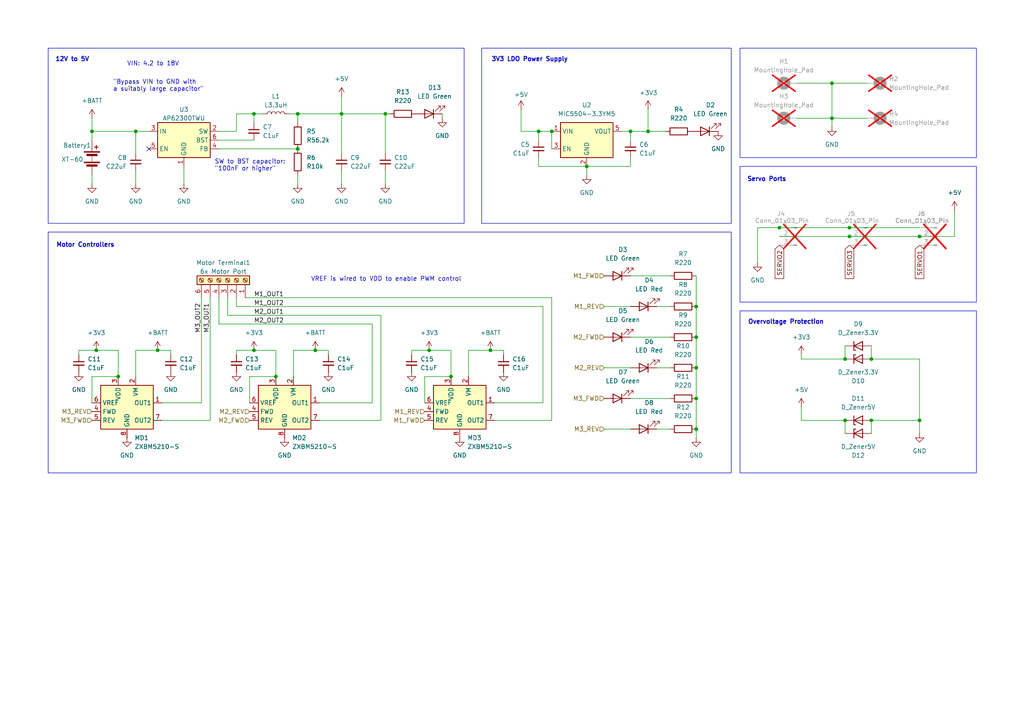
<source format=kicad_sch>
(kicad_sch (version 20231120) (generator "eeschema") (generator_version "8.0")
  (paper "A4")
  (title_block (company "Lorem Ipsum Automation"))
  (lib_symbols
    (symbol "Connector:Conn_01x03_Pin" (pin_names (offset 1.016) hide)
      (property "Reference" "J" (at 0 5.08 0))
      (property "Value" "Conn_01x03_Pin" (at 0 -5.08 0))
      (symbol "Conn_01x03_Pin_1_1"
        (polyline (pts (xy 1.27 -2.54) (xy 0.8636 -2.54)) (stroke (width 0.1524)))
        (polyline (pts (xy 1.27 0) (xy 0.8636 0)) (stroke (width 0.1524)))
        (polyline (pts (xy 1.27 2.54) (xy 0.8636 2.54)) (stroke (width 0.1524)))
        (rectangle (start 0.8636 -2.413) (end 0 -2.667) (stroke (width 0.1524)) (fill (type outline)))
        (rectangle (start 0.8636 0.127) (end 0 -0.127) (stroke (width 0.1524)) (fill (type outline)))
        (rectangle (start 0.8636 2.667) (end 0 2.413) (stroke (width 0.1524)) (fill (type outline)))
        (pin passive line (at 5.08 2.54 180) (length 3.81) (name "Pin_1") (number "1"))
        (pin passive line (at 5.08 0 180) (length 3.81) (name "Pin_2") (number "2"))
        (pin passive line (at 5.08 -2.54 180) (length 3.81) (name "Pin_3") (number "3"))
      )
    )
    (symbol "Connector:Screw_Terminal_01x06" (pin_names (offset 1.016) hide)
      (property "Reference" "J" (at 0 7.62 0))
      (property "Value" "Screw_Terminal_01x06" (at 0 -10.16 0))
      (symbol "Screw_Terminal_01x06_1_1"
        (rectangle (start -1.27 6.35) (end 1.27 -8.89) (stroke (width 0.254)) (fill (type background)))
        (circle (center 0 -7.62) (radius 0.635) (stroke (width 0.1524)))
        (circle (center 0 -5.08) (radius 0.635) (stroke (width 0.1524)))
        (circle (center 0 -2.54) (radius 0.635) (stroke (width 0.1524)))
        (polyline (pts (xy -0.5334 -7.2898) (xy 0.3302 -8.128)) (stroke (width 0.1524)))
        (polyline (pts (xy -0.5334 -4.7498) (xy 0.3302 -5.588)) (stroke (width 0.1524)))
        (polyline (pts (xy -0.5334 -2.2098) (xy 0.3302 -3.048)) (stroke (width 0.1524)))
        (polyline (pts (xy -0.5334 0.3302) (xy 0.3302 -0.508)) (stroke (width 0.1524)))
        (polyline (pts (xy -0.5334 2.8702) (xy 0.3302 2.032)) (stroke (width 0.1524)))
        (polyline (pts (xy -0.5334 5.4102) (xy 0.3302 4.572)) (stroke (width 0.1524)))
        (polyline (pts (xy -0.3556 -7.112) (xy 0.508 -7.9502)) (stroke (width 0.1524)))
        (polyline (pts (xy -0.3556 -4.572) (xy 0.508 -5.4102)) (stroke (width 0.1524)))
        (polyline (pts (xy -0.3556 -2.032) (xy 0.508 -2.8702)) (stroke (width 0.1524)))
        (polyline (pts (xy -0.3556 0.508) (xy 0.508 -0.3302)) (stroke (width 0.1524)))
        (polyline (pts (xy -0.3556 3.048) (xy 0.508 2.2098)) (stroke (width 0.1524)))
        (polyline (pts (xy -0.3556 5.588) (xy 0.508 4.7498)) (stroke (width 0.1524)))
        (circle (center 0 0) (radius 0.635) (stroke (width 0.1524)))
        (circle (center 0 2.54) (radius 0.635) (stroke (width 0.1524)))
        (circle (center 0 5.08) (radius 0.635) (stroke (width 0.1524)))
        (pin passive line (at -5.08 5.08 0) (length 3.81) (name "Pin_1") (number "1"))
        (pin passive line (at -5.08 2.54 0) (length 3.81) (name "Pin_2") (number "2"))
        (pin passive line (at -5.08 0 0) (length 3.81) (name "Pin_3") (number "3"))
        (pin passive line (at -5.08 -2.54 0) (length 3.81) (name "Pin_4") (number "4"))
        (pin passive line (at -5.08 -5.08 0) (length 3.81) (name "Pin_5") (number "5"))
        (pin passive line (at -5.08 -7.62 0) (length 3.81) (name "Pin_6") (number "6"))
      )
    )
    (symbol "Device:Battery" (pin_numbers hide) (pin_names (offset 0) hide)
      (property "Reference" "BT" (at 2.54 2.54 0))
      (property "Value" "Battery" (at 2.54 0 0))
      (symbol "Battery_0_1"
        (rectangle (start -2.286 -1.27) (end 2.286 -1.524) (fill (type outline)))
        (rectangle (start -2.286 1.778) (end 2.286 1.524) (fill (type outline)))
        (rectangle (start -1.524 -2.032) (end 1.524 -2.54) (fill (type outline)))
        (rectangle (start -1.524 1.016) (end 1.524 0.508) (fill (type outline)))
        (polyline (pts (xy 0 -1.016) (xy 0 -0.762)))
        (polyline (pts (xy 0 -0.508) (xy 0 -0.254)))
        (polyline (pts (xy 0 0) (xy 0 0.254)))
        (polyline (pts (xy 0 1.778) (xy 0 2.54)))
        (polyline (pts (xy 0.762 3.048) (xy 1.778 3.048)) (stroke (width 0.254)))
        (polyline (pts (xy 1.27 3.556) (xy 1.27 2.54)) (stroke (width 0.254)))
      )
      (symbol "Battery_1_1"
        (pin passive line (at 0 5.08 270) (length 2.54) (name "+") (number "1"))
        (pin passive line (at 0 -5.08 90) (length 2.54) (name "-") (number "2"))
      )
    )
    (symbol "Device:C_Small" (pin_numbers hide) (pin_names (offset 0.254) hide)
      (property "Reference" "C" (at 0.254 1.778 0))
      (property "Value" "C_Small" (at 0.254 -2.032 0))
      (symbol "C_Small_0_1"
        (polyline (pts (xy -1.524 -0.508) (xy 1.524 -0.508)) (stroke (width 0.3302)))
        (polyline (pts (xy -1.524 0.508) (xy 1.524 0.508)) (stroke (width 0.3048)))
      )
      (symbol "C_Small_1_1"
        (pin passive line (at 0 2.54 270) (length 2.032) (name "~") (number "1"))
        (pin passive line (at 0 -2.54 90) (length 2.032) (name "~") (number "2"))
      )
    )
    (symbol "Device:D_Zener" (pin_numbers hide) (pin_names (offset 1.016) hide)
      (property "Reference" "D" (at 0 2.54 0))
      (property "Value" "D_Zener" (at 0 -2.54 0))
      (symbol "D_Zener_0_1"
        (polyline (pts (xy 1.27 0) (xy -1.27 0)))
        (polyline (pts (xy -1.27 -1.27) (xy -1.27 1.27) (xy -0.762 1.27)) (stroke (width 0.254)))
        (polyline (pts (xy 1.27 -1.27) (xy 1.27 1.27) (xy -1.27 0) (xy 1.27 -1.27)) (stroke (width 0.254)))
      )
      (symbol "D_Zener_1_1"
        (pin passive line (at -3.81 0 0) (length 2.54) (name "K") (number "1"))
        (pin passive line (at 3.81 0 180) (length 2.54) (name "A") (number "2"))
      )
    )
    (symbol "Device:L" (pin_numbers hide) (pin_names (offset 1.016) hide)
      (property "Reference" "L" (at -1.27 0 90))
      (property "Value" "L" (at 1.905 0 90))
      (symbol "L_0_1"
        (arc (start 0 -2.54) (mid 0.6323 -1.905) (end 0 -1.27))
        (arc (start 0 -1.27) (mid 0.6323 -0.635) (end 0 0))
        (arc (start 0 0) (mid 0.6323 0.635) (end 0 1.27))
        (arc (start 0 1.27) (mid 0.6323 1.905) (end 0 2.54))
      )
      (symbol "L_1_1"
        (pin passive line (at 0 3.81 270) (length 1.27) (name "1") (number "1"))
        (pin passive line (at 0 -3.81 90) (length 1.27) (name "2") (number "2"))
      )
    )
    (symbol "Device:LED" (pin_numbers hide) (pin_names (offset 1.016) hide)
      (property "Reference" "D" (at 0 2.54 0))
      (property "Value" "LED" (at 0 -2.54 0))
      (symbol "LED_0_1"
        (polyline (pts (xy -1.27 -1.27) (xy -1.27 1.27)) (stroke (width 0.254)))
        (polyline (pts (xy -1.27 0) (xy 1.27 0)))
        (polyline (pts (xy 1.27 -1.27) (xy 1.27 1.27) (xy -1.27 0) (xy 1.27 -1.27)) (stroke (width 0.254)))
        (polyline (pts (xy -3.048 -0.762) (xy -4.572 -2.286) (xy -3.81 -2.286) (xy -4.572 -2.286) (xy -4.572 -1.524)))
        (polyline (pts (xy -1.778 -0.762) (xy -3.302 -2.286) (xy -2.54 -2.286) (xy -3.302 -2.286) (xy -3.302 -1.524)))
      )
      (symbol "LED_1_1"
        (pin passive line (at -3.81 0 0) (length 2.54) (name "K") (number "1"))
        (pin passive line (at 3.81 0 180) (length 2.54) (name "A") (number "2"))
      )
    )
    (symbol "Device:R" (pin_numbers hide) (pin_names (offset 0))
      (property "Reference" "R" (at 2.032 0 90))
      (property "Value" "R" (at 0 0 90))
      (symbol "R_0_1"
        (rectangle (start -1.016 -2.54) (end 1.016 2.54) (stroke (width 0.254)))
      )
      (symbol "R_1_1"
        (pin passive line (at 0 3.81 270) (length 1.27) (name "~") (number "1"))
        (pin passive line (at 0 -3.81 90) (length 1.27) (name "~") (number "2"))
      )
    )
    (symbol "Driver_Motor:ZXBM5210-S"
      (property "Reference" "U" (at -7.62 8.89 0))
      (property "Value" "ZXBM5210-S" (at 10.16 8.89 0))
      (symbol "ZXBM5210-S_0_0"
        (pin output line (at 10.16 2.54 180) (length 2.54) (name "OUT1") (number "1"))
        (pin power_in line (at 2.54 10.16 270) (length 2.54) (name "VM") (number "2"))
        (pin power_in line (at -2.54 10.16 270) (length 2.54) (name "VDD") (number "3"))
        (pin input line (at -10.16 0 0) (length 2.54) (name "FWD") (number "4"))
        (pin input line (at -10.16 -2.54 0) (length 2.54) (name "REV") (number "5"))
        (pin input line (at -10.16 2.54 0) (length 2.54) (name "VREF") (number "6"))
        (pin output line (at 10.16 -2.54 180) (length 2.54) (name "OUT2") (number "7"))
        (pin power_in line (at 0 -7.62 90) (length 2.54) (name "GND") (number "8"))
      )
      (symbol "ZXBM5210-S_0_1"
        (rectangle (start -7.62 7.62) (end 7.62 -5.08) (stroke (width 0.254)) (fill (type background)))
      )
    )
    (symbol "Mechanical:MountingHole_Pad" (pin_numbers hide) (pin_names (offset 1.016) hide) (exclude_from_sim yes) (in_bom no)
      (property "Reference" "H" (at 0 6.35 0))
      (property "Value" "MountingHole_Pad" (at 0 4.445 0))
      (symbol "MountingHole_Pad_0_1"
        (circle (center 0 1.27) (radius 1.27) (stroke (width 1.27)))
      )
      (symbol "MountingHole_Pad_1_1"
        (pin input line (at 0 -2.54 90) (length 2.54) (name "1") (number "1"))
      )
    )
    (symbol "Regulator_Linear:MIC5504-3.3YM5"
      (property "Reference" "U" (at -7.62 8.89 0))
      (property "Value" "MIC5504-3.3YM5" (at -7.62 6.35 0))
      (symbol "MIC5504-3.3YM5_0_1"
        (rectangle (start -7.62 -5.08) (end 7.62 5.08) (stroke (width 0.254)) (fill (type background)))
      )
      (symbol "MIC5504-3.3YM5_1_1"
        (pin power_in line (at -10.16 2.54 0) (length 2.54) (name "VIN") (number "1"))
        (pin power_in line (at 0 -7.62 90) (length 2.54) (name "GND") (number "2"))
        (pin input line (at -10.16 -2.54 0) (length 2.54) (name "EN") (number "3"))
        (pin no_connect line (at 7.62 -2.54 180) (length 2.54) hide (name "NC") (number "4"))
        (pin power_out line (at 10.16 2.54 180) (length 2.54) (name "VOUT") (number "5"))
      )
    )
    (symbol "Regulator_Switching:AP62300TWU"
      (property "Reference" "U" (at -7.62 6.35 0))
      (property "Value" "AP62300TWU" (at 2.54 6.35 0))
      (symbol "AP62300TWU_0_1"
        (rectangle (start -7.62 5.08) (end 7.62 -5.08) (stroke (width 0.254)) (fill (type background)))
      )
      (symbol "AP62300TWU_1_1"
        (pin power_in line (at 0 -7.62 90) (length 2.54) (name "GND") (number "1"))
        (pin output line (at 10.16 2.54 180) (length 2.54) (name "SW") (number "2"))
        (pin power_in line (at -10.16 2.54 0) (length 2.54) (name "IN") (number "3"))
        (pin input line (at 10.16 -2.54 180) (length 2.54) (name "FB") (number "4"))
        (pin passive line (at -10.16 -2.54 0) (length 2.54) (name "EN") (number "5"))
        (pin passive line (at 10.16 0 180) (length 2.54) (name "BST") (number "6"))
      )
    )
    (symbol "power:+3V3" (power) (pin_numbers hide) (pin_names (offset 0) hide)
      (property "Value" "+3V3" (at 0 3.556 0))
      (symbol "+3V3_0_1"
        (polyline (pts (xy -0.762 1.27) (xy 0 2.54)))
        (polyline (pts (xy 0 0) (xy 0 2.54)))
        (polyline (pts (xy 0 2.54) (xy 0.762 1.27)))
      )
      (symbol "+3V3_1_1"
        (pin power_in line (at 0 0 90) (length 0) (name "~") (number "1"))
      )
    )
    (symbol "power:+5V" (power) (pin_numbers hide) (pin_names (offset 0) hide)
      (property "Value" "+5V" (at 0 3.556 0))
      (symbol "+5V_0_1"
        (polyline (pts (xy -0.762 1.27) (xy 0 2.54)))
        (polyline (pts (xy 0 0) (xy 0 2.54)))
        (polyline (pts (xy 0 2.54) (xy 0.762 1.27)))
      )
      (symbol "+5V_1_1"
        (pin power_in line (at 0 0 90) (length 0) (name "~") (number "1"))
      )
    )
    (symbol "power:+BATT" (power) (pin_numbers hide) (pin_names (offset 0) hide)
      (property "Value" "+BATT" (at 0 3.556 0))
      (symbol "+BATT_0_1"
        (polyline (pts (xy -0.762 1.27) (xy 0 2.54)))
        (polyline (pts (xy 0 0) (xy 0 2.54)))
        (polyline (pts (xy 0 2.54) (xy 0.762 1.27)))
      )
      (symbol "+BATT_1_1"
        (pin power_in line (at 0 0 90) (length 0) (name "~") (number "1"))
      )
    )
    (symbol "power:GND" (power) (pin_numbers hide) (pin_names (offset 0) hide)
      (property "Value" "GND" (at 0 -3.81 0))
      (symbol "GND_0_1"
        (polyline (pts (xy 0 0) (xy 0 -1.27) (xy 1.27 -1.27) (xy 0 -2.54) (xy -1.27 -1.27) (xy 0 -1.27)))
      )
      (symbol "GND_1_1"
        (pin power_in line (at 0 0 270) (length 0) (name "~") (number "1"))
      )
    )
  )
  (junction (at 111.76 33.02))
  (junction (at 80.01 109.22))
  (junction (at 91.44 101.6))
  (junction (at 241.3 24.13))
  (junction (at 266.7 121.92))
  (junction (at 73.66 33.02))
  (junction (at 27.94 101.6))
  (junction (at 201.93 88.9))
  (junction (at 246.38 68.58))
  (junction (at 182.88 38.1))
  (junction (at 39.37 38.1))
  (junction (at 86.36 43.18))
  (junction (at 26.67 38.1))
  (junction (at 226.06 66.04))
  (junction (at 252.73 121.92))
  (junction (at 241.3 34.29))
  (junction (at 187.96 38.1))
  (junction (at 246.38 66.04))
  (junction (at 160.02 38.1))
  (junction (at 130.81 109.22))
  (junction (at 34.29 109.22))
  (junction (at 45.72 101.6))
  (junction (at 73.66 101.6))
  (junction (at 170.18 48.26))
  (junction (at 99.06 33.02))
  (junction (at 245.11 121.92))
  (junction (at 142.24 101.6))
  (junction (at 201.93 97.79))
  (junction (at 201.93 124.46))
  (junction (at 201.93 106.68))
  (junction (at 124.46 101.6))
  (junction (at 201.93 115.57))
  (junction (at 266.7 68.58))
  (junction (at 245.11 104.14))
  (junction (at 86.36 33.02))
  (junction (at 156.21 38.1))
  (junction (at 252.73 104.14))
  (no_connect (at 43.18 43.18))
  (wire (pts (xy 231.14 24.13) (xy 241.3 24.13)))
  (wire (pts (xy 85.09 101.6) (xy 91.44 101.6)))
  (wire (pts (xy 182.88 45.72) (xy 182.88 48.26)))
  (wire (pts (xy 232.41 121.92) (xy 245.11 121.92)))
  (wire (pts (xy 39.37 38.1) (xy 43.18 38.1)))
  (wire (pts (xy 201.93 88.9) (xy 201.93 97.79)))
  (wire (pts (xy 99.06 27.94) (xy 99.06 33.02)))
  (wire (pts (xy 252.73 104.14) (xy 266.7 104.14)))
  (wire (pts (xy 151.13 38.1) (xy 156.21 38.1)))
  (wire (pts (xy 241.3 24.13) (xy 251.46 24.13)))
  (wire (pts (xy 68.58 86.36) (xy 68.58 88.9)))
  (wire (pts (xy 266.7 104.14) (xy 266.7 121.92)))
  (wire (pts (xy 175.26 124.46) (xy 182.88 124.46)))
  (wire (pts (xy 190.5 106.68) (xy 194.31 106.68)))
  (wire (pts (xy 53.34 48.26) (xy 53.34 53.34)))
  (wire (pts (xy 45.72 101.6) (xy 49.53 101.6)))
  (wire (pts (xy 68.58 102.87) (xy 68.58 101.6)))
  (wire (pts (xy 182.88 80.01) (xy 194.31 80.01)))
  (wire (pts (xy 201.93 115.57) (xy 201.93 124.46)))
  (wire (pts (xy 92.71 116.84) (xy 107.95 116.84)))
  (wire (pts (xy 128.27 33.02) (xy 128.27 34.29)))
  (wire (pts (xy 73.66 101.6) (xy 80.01 101.6)))
  (wire (pts (xy 232.41 102.87) (xy 232.41 104.14)))
  (wire (pts (xy 241.3 24.13) (xy 241.3 34.29)))
  (wire (pts (xy 46.99 121.92) (xy 60.96 121.92)))
  (wire (pts (xy 99.06 33.02) (xy 111.76 33.02)))
  (wire (pts (xy 95.25 101.6) (xy 95.25 102.87)))
  (wire (pts (xy 39.37 38.1) (xy 39.37 44.45)))
  (wire (pts (xy 72.39 116.84) (xy 72.39 109.22)))
  (wire (pts (xy 63.5 43.18) (xy 86.36 43.18)))
  (wire (pts (xy 86.36 53.34) (xy 86.36 50.8)))
  (wire (pts (xy 190.5 124.46) (xy 194.31 124.46)))
  (wire (pts (xy 135.89 101.6) (xy 142.24 101.6)))
  (wire (pts (xy 182.88 38.1) (xy 187.96 38.1)))
  (wire (pts (xy 68.58 33.02) (xy 73.66 33.02)))
  (wire (pts (xy 130.81 109.22) (xy 130.81 101.6)))
  (wire (pts (xy 68.58 38.1) (xy 63.5 38.1)))
  (wire (pts (xy 266.7 68.58) (xy 276.86 68.58)))
  (wire (pts (xy 34.29 109.22) (xy 34.29 101.6)))
  (wire (pts (xy 187.96 38.1) (xy 187.96 31.75)))
  (wire (pts (xy 241.3 36.83) (xy 241.3 34.29)))
  (wire (pts (xy 68.58 88.9) (xy 157.48 88.9)))
  (wire (pts (xy 113.03 33.02) (xy 111.76 33.02)))
  (wire (pts (xy 66.04 91.44) (xy 66.04 86.36)))
  (wire (pts (xy 245.11 121.92) (xy 245.11 125.73)))
  (wire (pts (xy 201.93 124.46) (xy 201.93 127)))
  (wire (pts (xy 226.06 68.58) (xy 246.38 68.58)))
  (wire (pts (xy 39.37 49.53) (xy 39.37 53.34)))
  (wire (pts (xy 119.38 101.6) (xy 124.46 101.6)))
  (wire (pts (xy 142.24 101.6) (xy 146.05 101.6)))
  (wire (pts (xy 92.71 121.92) (xy 110.49 121.92)))
  (wire (pts (xy 63.5 86.36) (xy 63.5 93.98)))
  (wire (pts (xy 111.76 33.02) (xy 111.76 44.45)))
  (wire (pts (xy 245.11 100.33) (xy 245.11 104.14)))
  (wire (pts (xy 73.66 33.02) (xy 73.66 35.56)))
  (wire (pts (xy 182.88 48.26) (xy 170.18 48.26)))
  (wire (pts (xy 170.18 48.26) (xy 170.18 50.8)))
  (wire (pts (xy 63.5 40.64) (xy 73.66 40.64)))
  (wire (pts (xy 26.67 38.1) (xy 26.67 34.29)))
  (wire (pts (xy 60.96 121.92) (xy 60.96 86.36)))
  (wire (pts (xy 26.67 38.1) (xy 39.37 38.1)))
  (wire (pts (xy 156.21 38.1) (xy 160.02 38.1)))
  (wire (pts (xy 26.67 116.84) (xy 26.67 109.22)))
  (wire (pts (xy 201.93 97.79) (xy 201.93 106.68)))
  (wire (pts (xy 187.96 38.1) (xy 193.04 38.1)))
  (wire (pts (xy 157.48 116.84) (xy 143.51 116.84)))
  (wire (pts (xy 22.86 101.6) (xy 27.94 101.6)))
  (wire (pts (xy 182.88 40.64) (xy 182.88 38.1)))
  (wire (pts (xy 63.5 93.98) (xy 107.95 93.98)))
  (wire (pts (xy 68.58 38.1) (xy 68.58 33.02)))
  (wire (pts (xy 83.82 33.02) (xy 86.36 33.02)))
  (wire (pts (xy 26.67 50.8) (xy 26.67 53.34)))
  (wire (pts (xy 58.42 116.84) (xy 46.99 116.84)))
  (wire (pts (xy 22.86 102.87) (xy 22.86 101.6)))
  (wire (pts (xy 226.06 66.04) (xy 219.71 66.04)))
  (wire (pts (xy 182.88 97.79) (xy 194.31 97.79)))
  (wire (pts (xy 231.14 34.29) (xy 241.3 34.29)))
  (wire (pts (xy 107.95 93.98) (xy 107.95 116.84)))
  (wire (pts (xy 232.41 118.11) (xy 232.41 121.92)))
  (wire (pts (xy 252.73 121.92) (xy 266.7 121.92)))
  (wire (pts (xy 156.21 48.26) (xy 170.18 48.26)))
  (wire (pts (xy 73.66 33.02) (xy 76.2 33.02)))
  (wire (pts (xy 201.93 80.01) (xy 201.93 88.9)))
  (wire (pts (xy 156.21 45.72) (xy 156.21 48.26)))
  (wire (pts (xy 241.3 34.29) (xy 251.46 34.29)))
  (wire (pts (xy 146.05 101.6) (xy 146.05 102.87)))
  (wire (pts (xy 58.42 86.36) (xy 58.42 116.84)))
  (wire (pts (xy 160.02 121.92) (xy 160.02 86.36)))
  (wire (pts (xy 151.13 38.1) (xy 151.13 31.75)))
  (wire (pts (xy 72.39 109.22) (xy 80.01 109.22)))
  (wire (pts (xy 123.19 116.84) (xy 123.19 109.22)))
  (wire (pts (xy 276.86 60.96) (xy 276.86 68.58)))
  (wire (pts (xy 266.7 121.92) (xy 266.7 125.73)))
  (wire (pts (xy 182.88 115.57) (xy 194.31 115.57)))
  (wire (pts (xy 86.36 33.02) (xy 99.06 33.02)))
  (wire (pts (xy 246.38 68.58) (xy 266.7 68.58)))
  (wire (pts (xy 232.41 104.14) (xy 245.11 104.14)))
  (wire (pts (xy 182.88 106.68) (xy 175.26 106.68)))
  (wire (pts (xy 110.49 121.92) (xy 110.49 91.44)))
  (wire (pts (xy 266.7 66.04) (xy 246.38 66.04)))
  (wire (pts (xy 124.46 101.6) (xy 130.81 101.6)))
  (wire (pts (xy 219.71 66.04) (xy 219.71 76.2)))
  (wire (pts (xy 190.5 88.9) (xy 194.31 88.9)))
  (wire (pts (xy 86.36 35.56) (xy 86.36 33.02)))
  (wire (pts (xy 135.89 101.6) (xy 135.89 109.22)))
  (wire (pts (xy 123.19 109.22) (xy 130.81 109.22)))
  (wire (pts (xy 119.38 102.87) (xy 119.38 101.6)))
  (wire (pts (xy 252.73 100.33) (xy 252.73 104.14)))
  (wire (pts (xy 99.06 33.02) (xy 99.06 44.45)))
  (wire (pts (xy 157.48 88.9) (xy 157.48 116.84)))
  (wire (pts (xy 252.73 121.92) (xy 252.73 125.73)))
  (wire (pts (xy 26.67 38.1) (xy 26.67 40.64)))
  (wire (pts (xy 99.06 49.53) (xy 99.06 53.34)))
  (wire (pts (xy 182.88 88.9) (xy 175.26 88.9)))
  (wire (pts (xy 110.49 91.44) (xy 66.04 91.44)))
  (wire (pts (xy 26.67 109.22) (xy 34.29 109.22)))
  (wire (pts (xy 68.58 101.6) (xy 73.66 101.6)))
  (wire (pts (xy 80.01 109.22) (xy 80.01 101.6)))
  (wire (pts (xy 27.94 101.6) (xy 34.29 101.6)))
  (wire (pts (xy 246.38 66.04) (xy 226.06 66.04)))
  (wire (pts (xy 160.02 38.1) (xy 160.02 43.18)))
  (wire (pts (xy 49.53 101.6) (xy 49.53 102.87)))
  (wire (pts (xy 39.37 101.6) (xy 45.72 101.6)))
  (wire (pts (xy 156.21 40.64) (xy 156.21 38.1)))
  (wire (pts (xy 180.34 38.1) (xy 182.88 38.1)))
  (wire (pts (xy 111.76 49.53) (xy 111.76 53.34)))
  (wire (pts (xy 201.93 106.68) (xy 201.93 115.57)))
  (wire (pts (xy 143.51 121.92) (xy 160.02 121.92)))
  (wire (pts (xy 85.09 101.6) (xy 85.09 109.22)))
  (wire (pts (xy 91.44 101.6) (xy 95.25 101.6)))
  (wire (pts (xy 39.37 101.6) (xy 39.37 109.22)))
  (wire (pts (xy 71.12 86.36) (xy 160.02 86.36)))
  (rectangle (start 13.97 13.97) (end 134.62 64.77))
  (rectangle (start 13.97 67.31) (end 212.09 137.16))
  (rectangle (start 214.63 90.17) (end 283.21 137.16))
  (rectangle (start 214.63 13.97) (end 283.21 45.72))
  (rectangle (start 214.63 48.26) (end 283.21 87.63))
  (rectangle (start 139.7 13.97) (end 212.09 64.77))
  (text "\"Bypass VIN to GND with\na suitably large capacitor\"" (at 32.766 26.67 0) (effects (font (size 1.27 1.27)) (justify left bottom)))
  (text "Overvoltage Protection" (at 216.916 93.472 0) (effects (font (size 1.27 1.27) (thickness 0.254) (bold yes)) (justify left)))
  (text "3V3 LDO Power Supply" (at 142.494 18.034 0) (effects (font (size 1.27 1.27) (thickness 0.254) (bold yes)) (justify left bottom)))
  (text "VREF is wired to VDD to enable PWM control" (at 112.014 81.026 0) (effects (font (size 1.27 1.27))))
  (text "Servo Ports" (at 216.662 52.07 0) (effects (font (size 1.27 1.27) (thickness 0.254) (bold yes)) (justify left)))
  (text "SW to BST capacitor:\n\"100nF or higher\"" (at 62.23 49.784 0) (effects (font (size 1.27 1.27)) (justify left bottom)))
  (text "VIN: 4.2 to 18V" (at 36.83 19.304 0) (effects (font (size 1.27 1.27)) (justify left bottom)))
  (text "Motor Controllers" (at 16.256 71.882 0) (effects (font (size 1.27 1.27) (thickness 0.254) (bold yes)) (justify left bottom)))
  (text "12V to 5V" (at 16.002 18.034 0) (effects (font (size 1.27 1.27) (thickness 0.254) (bold yes)) (justify left bottom)))
  (label "M1_OUT1" (at 73.66 86.36 0))
  (label "M2_OUT2" (at 73.66 93.98 0))
  (label "M3_OUT2" (at 58.42 96.52 90))
  (label "M3_OUT1" (at 60.96 96.52 90))
  (label "M2_OUT1" (at 73.66 91.44 0))
  (label "M1_OUT2" (at 73.66 88.9 0))
  (global_label "SERVO1" (shape input) (at 266.7 71.12 270) (property "Intersheetrefs" "${INTERSHEET_REFS}" (effects (hide yes))))
  (global_label "SERVO3" (shape input) (at 246.38 71.12 270) (property "Intersheetrefs" "${INTERSHEET_REFS}" (effects (hide yes))))
  (global_label "SERVO2" (shape input) (at 226.06 71.12 270) (property "Intersheetrefs" "${INTERSHEET_REFS}" (effects (hide yes))))
  (hierarchical_label "M1_FWD" (shape input) (at 175.26 80.01 180))
  (hierarchical_label "M2_REV" (shape input) (at 72.39 119.38 180))
  (hierarchical_label "M1_REV" (shape input) (at 175.26 88.9 180))
  (hierarchical_label "M3_REV" (shape input) (at 175.26 124.46 180))
  (hierarchical_label "M2_FWD" (shape input) (at 72.39 121.92 180))
  (hierarchical_label "M2_FWD" (shape input) (at 175.26 97.79 180))
  (hierarchical_label "M3_FWD" (shape input) (at 26.67 121.92 180))
  (hierarchical_label "M1_FWD" (shape input) (at 123.19 121.92 180))
  (hierarchical_label "M1_REV" (shape input) (at 123.19 119.38 180))
  (hierarchical_label "M2_REV" (shape input) (at 175.26 106.68 180))
  (hierarchical_label "M3_REV" (shape input) (at 26.67 119.38 180))
  (hierarchical_label "M3_FWD" (shape input) (at 175.26 115.57 180))
  (symbol (lib_id "Mechanical:MountingHole_Pad") (at 228.6 24.13 90) (unit 1) (exclude_from_sim yes) (in_bom no) (dnp yes)
    (property "Reference" "H1" (at 227.33 17.78 90))
    (property "Value" "MountingHole_Pad" (at 227.33 20.32 90))
    (property "Footprint" "MountingHole:MountingHole_2.2mm_M2_DIN965_Pad" (effects (hide yes)))
    (property "Description" "Mounting Hole with connection" (effects (hide yes)))
  )
  (symbol (lib_id "Device:LED") (at 186.69 106.68 180) (unit 1)
    (property "Reference" "D6" (at 188.2775 99.06 0))
    (property "Value" "LED Red" (at 188.2775 101.6 0))
    (property "Footprint" "LED_SMD:LED_1206_3216Metric_Pad1.42x1.75mm_HandSolder" (effects (hide yes)))
    (property "Description" "LED" (effects (hide yes)))
    (property "DigiKey" "150120RS75000" (effects (hide yes)))
  )
  (symbol (lib_id "power:+BATT") (at 142.24 101.6 0) (unit 1)
    (property "Reference" "#PWR043" (effects (hide yes)))
    (property "Value" "+BATT" (at 142.24 96.52 0))
    (property "Description" "Power symbol creates a global label with name \"+BATT\"" (effects (hide yes)))
  )
  (symbol (lib_id "Driver_Motor:ZXBM5210-S") (at 133.35 119.38 0) (unit 1)
    (property "Reference" "MD3" (at 135.5441 127 0) (effects (justify left)))
    (property "Value" "ZXBM5210-S" (at 135.5441 129.54 0) (effects (justify left)))
    (property "Footprint" "Package_SO:SOIC-8_3.9x4.9mm_P1.27mm" (effects (hide yes)))
    (property "Datasheet" "https://www.diodes.com/assets/Datasheets/ZXBM5210.pdf" (effects (hide yes)))
    (property "Description" "Reversible DC motor drive with speed control, 3-18V, 0.85A, SOIC-8" (effects (hide yes)))
    (property "DigiKey" "ZXBM5210-S-1" (effects (hide yes)))
  )
  (symbol (lib_id "power:GND") (at 146.05 107.95 0) (unit 1)
    (property "Reference" "#PWR049" (effects (hide yes)))
    (property "Value" "GND" (at 146.05 113.03 0))
    (property "Description" "Power symbol creates a global label with name \"GND\" , ground" (effects (hide yes)))
  )
  (symbol (lib_id "Device:C_Small") (at 73.66 38.1 0) (unit 1)
    (property "Reference" "C7" (at 76.2 36.8362 0) (effects (justify left)))
    (property "Value" "C1uF" (at 76.2 39.3762 0) (effects (justify left)))
    (property "Footprint" "Capacitor_SMD:C_1206_3216Metric_Pad1.33x1.80mm_HandSolder" (effects (hide yes)))
    (property "Description" "Ceramic cap" (effects (hide yes)))
    (property "DigiKey" "CL31B105KBHNNNE" (effects (hide yes)))
  )
  (symbol (lib_id "power:GND") (at 266.7 125.73 0) (unit 1)
    (property "Reference" "#PWR056" (effects (hide yes)))
    (property "Value" "GND" (at 266.7 130.81 0))
    (property "Description" "Power symbol creates a global label with name \"GND\" , ground" (effects (hide yes)))
  )
  (symbol (lib_id "power:GND") (at 219.71 76.2 0) (unit 1)
    (property "Reference" "#PWR037" (effects (hide yes)))
    (property "Value" "GND" (at 219.71 81.28 0))
    (property "Description" "Power symbol creates a global label with name \"GND\" , ground" (effects (hide yes)))
  )
  (symbol (lib_id "power:GND") (at 133.35 127 0) (unit 1)
    (property "Reference" "#PWR053" (effects (hide yes)))
    (property "Value" "GND" (at 133.35 132.08 0))
    (property "Description" "Power symbol creates a global label with name \"GND\" , ground" (effects (hide yes)))
  )
  (symbol (lib_id "Device:R") (at 116.84 33.02 90) (unit 1)
    (property "Reference" "R13" (at 116.84 26.67 90))
    (property "Value" "R220" (at 116.84 29.21 90))
    (property "Footprint" "Resistor_SMD:R_1206_3216Metric_Pad1.30x1.75mm_HandSolder" (effects (hide yes)))
    (property "Description" "Resistor" (effects (hide yes)))
    (property "DigiKey" "RMCF1206JT220R" (effects (hide yes)))
  )
  (symbol (lib_id "Device:R") (at 198.12 124.46 90) (unit 1)
    (property "Reference" "R12" (at 198.12 118.11 90))
    (property "Value" "R220" (at 198.12 120.65 90))
    (property "Footprint" "Resistor_SMD:R_1206_3216Metric_Pad1.30x1.75mm_HandSolder" (effects (hide yes)))
    (property "Description" "Resistor" (effects (hide yes)))
    (property "DigiKey" "RMCF1206JT220R" (effects (hide yes)))
  )
  (symbol (lib_id "power:+5V") (at 99.06 27.94 0) (unit 1)
    (property "Reference" "#PWR025" (effects (hide yes)))
    (property "Value" "+5V" (at 99.06 22.86 0))
    (property "Description" "Power symbol creates a global label with name \"+5V\"" (effects (hide yes)))
  )
  (symbol (lib_id "Device:R") (at 86.36 46.99 0) (unit 1)
    (property "Reference" "R6" (at 88.9 45.72 0) (effects (justify left)))
    (property "Value" "R10k" (at 88.9 48.26 0) (effects (justify left)))
    (property "Footprint" "Resistor_SMD:R_1206_3216Metric_Pad1.30x1.75mm_HandSolder" (effects (hide yes)))
    (property "Description" "Resistor" (effects (hide yes)))
    (property "DigiKey" "RC1206FR-0710KL" (effects (hide yes)))
  )
  (symbol (lib_id "power:+3V3") (at 73.66 101.6 0) (unit 1)
    (property "Reference" "#PWR040" (effects (hide yes)))
    (property "Value" "+3V3" (at 73.66 96.52 0))
    (property "Description" "Power symbol creates a global label with name \"+3V3\"" (effects (hide yes)))
  )
  (symbol (lib_id "power:GND") (at 95.25 107.95 0) (unit 1)
    (property "Reference" "#PWR047" (effects (hide yes)))
    (property "Value" "GND" (at 95.25 113.03 0))
    (property "Description" "Power symbol creates a global label with name \"GND\" , ground" (effects (hide yes)))
  )
  (symbol (lib_id "Device:LED") (at 179.07 80.01 180) (unit 1)
    (property "Reference" "D3" (at 180.6575 72.39 0))
    (property "Value" "LED Green" (at 180.6575 74.93 0))
    (property "Footprint" "LED_SMD:LED_1206_3216Metric_Pad1.42x1.75mm_HandSolder" (effects (hide yes)))
    (property "Description" "LED" (effects (hide yes)))
    (property "DigiKey" "150120VS75000" (effects (hide yes)))
  )
  (symbol (lib_id "Device:R") (at 198.12 88.9 90) (unit 1)
    (property "Reference" "R8" (at 198.12 82.55 90))
    (property "Value" "R220" (at 198.12 85.09 90))
    (property "Footprint" "Resistor_SMD:R_1206_3216Metric_Pad1.30x1.75mm_HandSolder" (effects (hide yes)))
    (property "Description" "Resistor" (effects (hide yes)))
    (property "DigiKey" "RMCF1206JT220R" (effects (hide yes)))
  )
  (symbol (lib_id "Device:LED") (at 186.69 124.46 180) (unit 1)
    (property "Reference" "D8" (at 188.2775 116.84 0))
    (property "Value" "LED Red" (at 188.2775 119.38 0))
    (property "Footprint" "LED_SMD:LED_1206_3216Metric_Pad1.42x1.75mm_HandSolder" (effects (hide yes)))
    (property "Description" "LED" (effects (hide yes)))
    (property "DigiKey" "150120RS75000" (effects (hide yes)))
  )
  (symbol (lib_id "power:GND") (at 53.34 53.34 0) (unit 1)
    (property "Reference" "#PWR032" (effects (hide yes)))
    (property "Value" "GND" (at 53.34 58.42 0))
    (property "Description" "Power symbol creates a global label with name \"GND\" , ground" (effects (hide yes)))
  )
  (symbol (lib_id "Device:D_Zener") (at 248.92 121.92 0) (mirror x) (unit 1)
    (property "Reference" "D11" (at 248.92 115.57 0))
    (property "Value" "D_Zener5V" (at 248.92 118.11 0))
    (property "Footprint" "Diode_SMD:D_SOD-123" (effects (hide yes)))
    (property "Description" "Zener diode" (effects (hide yes)))
    (property "DigiKey" "MMSZ5231B-7-F" (effects (hide yes)))
  )
  (symbol (lib_id "Connector:Conn_01x03_Pin") (at 251.46 68.58 0) (mirror y) (unit 1) (dnp yes)
    (property "Reference" "J5" (at 246.888 61.976 0))
    (property "Value" "Conn_01x03_Pin" (at 247.142 64.008 0))
    (property "Footprint" "Connector_PinSocket_2.54mm:PinSocket_1x03_P2.54mm_Vertical" (effects (hide yes)))
    (property "Description" "Generic connector, single row, 01x03, script generated" (effects (hide yes)))
  )
  (symbol (lib_id "power:+5V") (at 276.86 60.96 0) (unit 1)
    (property "Reference" "#PWR036" (effects (hide yes)))
    (property "Value" "+5V" (at 276.86 55.88 0))
    (property "Description" "Power symbol creates a global label with name \"+5V\"" (effects (hide yes)))
  )
  (symbol (lib_id "power:GND") (at 26.67 53.34 0) (unit 1)
    (property "Reference" "#PWR030" (effects (hide yes)))
    (property "Value" "GND" (at 26.67 58.42 0))
    (property "Description" "Power symbol creates a global label with name \"GND\" , ground" (effects (hide yes)))
  )
  (symbol (lib_id "Device:C_Small") (at 119.38 105.41 0) (unit 1)
    (property "Reference" "C15" (at 121.92 104.1463 0) (effects (justify left)))
    (property "Value" "C1uF" (at 121.92 106.6863 0) (effects (justify left)))
    (property "Footprint" "Capacitor_SMD:C_1206_3216Metric_Pad1.33x1.80mm_HandSolder" (effects (hide yes)))
    (property "Description" "Ceramic cap" (effects (hide yes)))
    (property "DigiKey" "CL31B105KBHNNNE" (effects (hide yes)))
  )
  (symbol (lib_id "power:GND") (at 68.58 107.95 0) (unit 1)
    (property "Reference" "#PWR046" (effects (hide yes)))
    (property "Value" "GND" (at 68.58 113.03 0))
    (property "Description" "Power symbol creates a global label with name \"GND\" , ground" (effects (hide yes)))
  )
  (symbol (lib_id "power:GND") (at 39.37 53.34 0) (unit 1)
    (property "Reference" "#PWR031" (effects (hide yes)))
    (property "Value" "GND" (at 39.37 58.42 0))
    (property "Description" "Power symbol creates a global label with name \"GND\" , ground" (effects (hide yes)))
  )
  (symbol (lib_id "Device:C_Small") (at 68.58 105.41 0) (unit 1)
    (property "Reference" "C13" (at 71.12 104.1463 0) (effects (justify left)))
    (property "Value" "C1uF" (at 71.12 106.6863 0) (effects (justify left)))
    (property "Footprint" "Capacitor_SMD:C_1206_3216Metric_Pad1.33x1.80mm_HandSolder" (effects (hide yes)))
    (property "Description" "Ceramic cap" (effects (hide yes)))
    (property "DigiKey" "CL31B105KBHNNNE" (effects (hide yes)))
  )
  (symbol (lib_id "power:GND") (at 22.86 107.95 0) (unit 1)
    (property "Reference" "#PWR044" (effects (hide yes)))
    (property "Value" "GND" (at 22.86 113.03 0))
    (property "Description" "Power symbol creates a global label with name \"GND\" , ground" (effects (hide yes)))
  )
  (symbol (lib_id "Device:R") (at 198.12 115.57 90) (unit 1)
    (property "Reference" "R11" (at 198.12 109.22 90))
    (property "Value" "R220" (at 198.12 111.76 90))
    (property "Footprint" "Resistor_SMD:R_1206_3216Metric_Pad1.30x1.75mm_HandSolder" (effects (hide yes)))
    (property "Description" "Resistor" (effects (hide yes)))
    (property "DigiKey" "RMCF1206JT220R" (effects (hide yes)))
  )
  (symbol (lib_id "power:GND") (at 241.3 36.83 0) (unit 1)
    (property "Reference" "#PWR028" (effects (hide yes)))
    (property "Value" "GND" (at 241.3 41.91 0))
    (property "Description" "Power symbol creates a global label with name \"GND\" , ground" (effects (hide yes)))
  )
  (symbol (lib_id "power:GND") (at 82.55 127 0) (unit 1)
    (property "Reference" "#PWR052" (effects (hide yes)))
    (property "Value" "GND" (at 82.55 132.08 0))
    (property "Description" "Power symbol creates a global label with name \"GND\" , ground" (effects (hide yes)))
  )
  (symbol (lib_id "Regulator_Linear:MIC5504-3.3YM5") (at 170.18 40.64 0) (unit 1)
    (property "Reference" "U2" (at 170.18 30.48 0))
    (property "Value" "MIC5504-3.3YM5" (at 170.18 33.02 0))
    (property "Footprint" "Package_TO_SOT_SMD:SOT-23-5_HandSoldering" (effects (hide yes)))
    (property "Datasheet" "http://ww1.microchip.com/downloads/en/DeviceDoc/MIC550X.pdf" (effects (hide yes)))
    (property "Description" "300mA Low-dropout Voltage Regulator, Vout 3.3V, Vin up to 5.5V, SOT-23" (effects (hide yes)))
    (property "DigiKey" "MIC5504-3.3YM5" (effects (hide yes)))
  )
  (symbol (lib_id "Connector:Screw_Terminal_01x06") (at 66.04 81.28 270) (mirror x) (unit 1)
    (property "Reference" "Motor Terminal1" (at 64.77 76.2 90))
    (property "Value" "6x Motor Port" (at 64.77 78.74 90))
    (property "Footprint" "TerminalBlock_4Ucon:TerminalBlock_4Ucon_1x06_P3.50mm_Horizontal" (effects (hide yes)))
    (property "Description" "Generic screw terminal, single row, 01x06, script generated (kicad-library-utils/schlib/autogen/connector/)" (effects (hide yes)))
    (property "DigiKey" "OQ0612510000G" (effects (hide yes)))
  )
  (symbol (lib_id "power:+5V") (at 232.41 118.11 0) (unit 1)
    (property "Reference" "#PWR055" (effects (hide yes)))
    (property "Value" "+5V" (at 232.41 113.03 0))
    (property "Description" "Power symbol creates a global label with name \"+5V\"" (effects (hide yes)))
  )
  (symbol (lib_id "Device:C_Small") (at 39.37 46.99 0) (mirror y) (unit 1)
    (property "Reference" "C8" (at 36.83 45.7263 0) (effects (justify left)))
    (property "Value" "C22uF" (at 36.83 48.2663 0) (effects (justify left)))
    (property "Footprint" "Capacitor_SMD:C_1206_3216Metric_Pad1.33x1.80mm_HandSolder" (effects (hide yes)))
    (property "Description" "Ceramic cap" (effects (hide yes)))
    (property "DigiKey" "CL31A226MOCLNNC" (effects (hide yes)))
  )
  (symbol (lib_id "Device:LED") (at 179.07 97.79 180) (unit 1)
    (property "Reference" "D5" (at 180.6575 90.17 0))
    (property "Value" "LED Green" (at 180.6575 92.71 0))
    (property "Footprint" "LED_SMD:LED_1206_3216Metric_Pad1.42x1.75mm_HandSolder" (effects (hide yes)))
    (property "Description" "LED" (effects (hide yes)))
    (property "DigiKey" "150120VS75000" (effects (hide yes)))
  )
  (symbol (lib_id "power:+3V3") (at 187.96 31.75 0) (unit 1)
    (property "Reference" "#PWR024" (effects (hide yes)))
    (property "Value" "+3V3" (at 185.42 26.924 0) (effects (justify left)))
    (property "Description" "Power symbol creates a global label with name \"+3V3\"" (effects (hide yes)))
  )
  (symbol (lib_id "Device:D_Zener") (at 248.92 125.73 0) (unit 1)
    (property "Reference" "D12" (at 248.92 132.08 0))
    (property "Value" "D_Zener5V" (at 248.92 129.54 0))
    (property "Footprint" "Diode_SMD:D_SOD-123" (effects (hide yes)))
    (property "Description" "Zener diode" (effects (hide yes)))
    (property "DigiKey" "MMSZ5231B-7-F" (effects (hide yes)))
  )
  (symbol (lib_id "power:GND") (at 86.36 53.34 0) (unit 1)
    (property "Reference" "#PWR033" (effects (hide yes)))
    (property "Value" "GND" (at 86.36 58.42 0))
    (property "Description" "Power symbol creates a global label with name \"GND\" , ground" (effects (hide yes)))
  )
  (symbol (lib_id "Connector:Conn_01x03_Pin") (at 231.14 68.58 0) (mirror y) (unit 1) (dnp yes)
    (property "Reference" "J4" (at 226.568 61.976 0))
    (property "Value" "Conn_01x03_Pin" (at 226.822 64.008 0))
    (property "Footprint" "Connector_PinSocket_2.54mm:PinSocket_1x03_P2.54mm_Vertical" (effects (hide yes)))
    (property "Description" "Generic connector, single row, 01x03, script generated" (effects (hide yes)))
  )
  (symbol (lib_id "Device:Battery") (at 26.67 45.72 0) (unit 1)
    (property "Reference" "Battery1" (at 18.288 42.164 0) (effects (justify left)))
    (property "Value" "XT-60" (at 17.78 46.228 0) (effects (justify left)))
    (property "Footprint" "Connector_AMASS:AMASS_XT60-F_1x02_P7.20mm_Vertical" (effects (hide yes)))
    (property "Description" "Multiple-cell battery" (effects (hide yes)))
    (property "DigiKey" "PRT-10474" (effects (hide yes)))
  )
  (symbol (lib_id "Driver_Motor:ZXBM5210-S") (at 36.83 119.38 0) (unit 1)
    (property "Reference" "MD1" (at 39.0241 127 0) (effects (justify left)))
    (property "Value" "ZXBM5210-S" (at 39.0241 129.54 0) (effects (justify left)))
    (property "Footprint" "Package_SO:SOIC-8_3.9x4.9mm_P1.27mm" (effects (hide yes)))
    (property "Datasheet" "https://www.diodes.com/assets/Datasheets/ZXBM5210.pdf" (effects (hide yes)))
    (property "Description" "Reversible DC motor drive with speed control, 3-18V, 0.85A, SOIC-8" (effects (hide yes)))
    (property "DigiKey" "ZXBM5210-S-1" (effects (hide yes)))
  )
  (symbol (lib_id "Device:LED") (at 179.07 115.57 180) (unit 1)
    (property "Reference" "D7" (at 180.6575 107.95 0))
    (property "Value" "LED Green" (at 180.6575 110.49 0))
    (property "Footprint" "LED_SMD:LED_1206_3216Metric_Pad1.42x1.75mm_HandSolder" (effects (hide yes)))
    (property "Description" "LED" (effects (hide yes)))
    (property "DigiKey" "150120VS75000" (effects (hide yes)))
  )
  (symbol (lib_id "power:+3V3") (at 27.94 101.6 0) (unit 1)
    (property "Reference" "#PWR038" (effects (hide yes)))
    (property "Value" "+3V3" (at 27.94 96.52 0))
    (property "Description" "Power symbol creates a global label with name \"+3V3\"" (effects (hide yes)))
  )
  (symbol (lib_id "Driver_Motor:ZXBM5210-S") (at 82.55 119.38 0) (unit 1)
    (property "Reference" "MD2" (at 84.7441 127 0) (effects (justify left)))
    (property "Value" "ZXBM5210-S" (at 84.7441 129.54 0) (effects (justify left)))
    (property "Footprint" "Package_SO:SOIC-8_3.9x4.9mm_P1.27mm" (effects (hide yes)))
    (property "Datasheet" "https://www.diodes.com/assets/Datasheets/ZXBM5210.pdf" (effects (hide yes)))
    (property "Description" "Reversible DC motor drive with speed control, 3-18V, 0.85A, SOIC-8" (effects (hide yes)))
    (property "DigiKey" "ZXBM5210-S-1" (effects (hide yes)))
  )
  (symbol (lib_id "power:GND") (at 201.93 127 0) (unit 1)
    (property "Reference" "#PWR050" (effects (hide yes)))
    (property "Value" "GND" (at 201.93 132.08 0))
    (property "Description" "Power symbol creates a global label with name \"GND\" , ground" (effects (hide yes)))
  )
  (symbol (lib_id "power:GND") (at 49.53 107.95 0) (unit 1)
    (property "Reference" "#PWR045" (effects (hide yes)))
    (property "Value" "GND" (at 49.53 113.03 0))
    (property "Description" "Power symbol creates a global label with name \"GND\" , ground" (effects (hide yes)))
  )
  (symbol (lib_id "power:+3V3") (at 124.46 101.6 0) (unit 1)
    (property "Reference" "#PWR042" (effects (hide yes)))
    (property "Value" "+3V3" (at 124.46 96.52 0))
    (property "Description" "Power symbol creates a global label with name \"+3V3\"" (effects (hide yes)))
  )
  (symbol (lib_id "power:+BATT") (at 26.67 34.29 0) (unit 1)
    (property "Reference" "#PWR027" (effects (hide yes)))
    (property "Value" "+BATT" (at 26.67 29.21 0))
    (property "Description" "Power symbol creates a global label with name \"+BATT\"" (effects (hide yes)))
  )
  (symbol (lib_id "Device:LED") (at 124.46 33.02 180) (unit 1)
    (property "Reference" "D13" (at 126.0475 25.4 0))
    (property "Value" "LED Green" (at 126.0475 27.94 0))
    (property "Footprint" "LED_SMD:LED_1206_3216Metric_Pad1.42x1.75mm_HandSolder" (effects (hide yes)))
    (property "Description" "LED" (effects (hide yes)))
    (property "DigiKey" "150120VS75000" (effects (hide yes)))
  )
  (symbol (lib_id "Device:L") (at 80.01 33.02 90) (unit 1)
    (property "Reference" "L1" (at 80.01 27.94 90))
    (property "Value" "L3.3uH" (at 80.01 30.48 90))
    (property "Footprint" "Inductor_SMD:L_1206_3216Metric" (effects (hide yes)))
    (property "Description" "Inductor" (effects (hide yes)))
    (property "DigiKey" "LQM31PN3R3M00L" (effects (hide yes)))
  )
  (symbol (lib_id "power:+5V") (at 151.13 31.75 0) (unit 1)
    (property "Reference" "#PWR023" (effects (hide yes)))
    (property "Value" "+5V" (at 151.13 27.432 0))
    (property "Description" "Power symbol creates a global label with name \"+5V\"" (effects (hide yes)))
  )
  (symbol (lib_id "Device:R") (at 196.85 38.1 90) (unit 1)
    (property "Reference" "R4" (at 196.85 31.75 90))
    (property "Value" "R220" (at 196.85 34.29 90))
    (property "Footprint" "Resistor_SMD:R_1206_3216Metric_Pad1.30x1.75mm_HandSolder" (effects (hide yes)))
    (property "Description" "Resistor" (effects (hide yes)))
    (property "DigiKey" "RMCF1206JT220R" (effects (hide yes)))
  )
  (symbol (lib_id "power:GND") (at 99.06 53.34 0) (unit 1)
    (property "Reference" "#PWR034" (effects (hide yes)))
    (property "Value" "GND" (at 99.06 58.42 0))
    (property "Description" "Power symbol creates a global label with name \"GND\" , ground" (effects (hide yes)))
  )
  (symbol (lib_id "Mechanical:MountingHole_Pad") (at 254 24.13 270) (unit 1) (exclude_from_sim yes) (in_bom no) (dnp yes)
    (property "Reference" "H2" (at 257.81 22.8599 90) (effects (justify left)))
    (property "Value" "MountingHole_Pad" (at 257.81 25.3999 90) (effects (justify left)))
    (property "Footprint" "MountingHole:MountingHole_2.2mm_M2_DIN965_Pad" (effects (hide yes)))
    (property "Description" "Mounting Hole with connection" (effects (hide yes)))
  )
  (symbol (lib_id "Connector:Conn_01x03_Pin") (at 271.78 68.58 0) (mirror y) (unit 1) (dnp yes)
    (property "Reference" "J6" (at 267.208 61.976 0))
    (property "Value" "Conn_01x03_Pin" (at 267.462 64.008 0))
    (property "Footprint" "Connector_PinSocket_2.54mm:PinSocket_1x03_P2.54mm_Vertical" (effects (hide yes)))
    (property "Description" "Generic connector, single row, 01x03, script generated" (effects (hide yes)))
  )
  (symbol (lib_id "Mechanical:MountingHole_Pad") (at 254 34.29 270) (unit 1) (exclude_from_sim yes) (in_bom no) (dnp yes)
    (property "Reference" "H4" (at 257.81 33.0199 90) (effects (justify left)))
    (property "Value" "MountingHole_Pad" (at 257.81 35.5599 90) (effects (justify left)))
    (property "Footprint" "MountingHole:MountingHole_2.2mm_M2_DIN965_Pad" (effects (hide yes)))
    (property "Description" "Mounting Hole with connection" (effects (hide yes)))
  )
  (symbol (lib_id "Device:R") (at 198.12 80.01 90) (unit 1)
    (property "Reference" "R7" (at 198.12 73.66 90))
    (property "Value" "R220" (at 198.12 76.2 90))
    (property "Footprint" "Resistor_SMD:R_1206_3216Metric_Pad1.30x1.75mm_HandSolder" (effects (hide yes)))
    (property "Description" "Resistor" (effects (hide yes)))
    (property "DigiKey" "RMCF1206JT220R" (effects (hide yes)))
  )
  (symbol (lib_id "Device:C_Small") (at 22.86 105.41 0) (unit 1)
    (property "Reference" "C11" (at 25.4 104.1463 0) (effects (justify left)))
    (property "Value" "C1uF" (at 25.4 106.6863 0) (effects (justify left)))
    (property "Footprint" "Capacitor_SMD:C_1206_3216Metric_Pad1.33x1.80mm_HandSolder" (effects (hide yes)))
    (property "Description" "Ceramic cap" (effects (hide yes)))
    (property "DigiKey" "CL31B105KBHNNNE" (effects (hide yes)))
  )
  (symbol (lib_id "Device:D_Zener") (at 248.92 104.14 0) (unit 1)
    (property "Reference" "D10" (at 248.92 110.49 0))
    (property "Value" "D_Zener3.3V" (at 248.92 107.95 0))
    (property "Footprint" "Diode_SMD:D_SOD-123" (effects (hide yes)))
    (property "Description" "Zener diode" (effects (hide yes)))
    (property "DigiKey" "MMSZ4684T1G" (effects (hide yes)))
  )
  (symbol (lib_id "Mechanical:MountingHole_Pad") (at 228.6 34.29 90) (unit 1) (exclude_from_sim yes) (in_bom no) (dnp yes)
    (property "Reference" "H3" (at 227.33 27.94 90))
    (property "Value" "MountingHole_Pad" (at 227.33 30.48 90))
    (property "Footprint" "MountingHole:MountingHole_2.2mm_M2_DIN965_Pad" (effects (hide yes)))
    (property "Description" "Mounting Hole with connection" (effects (hide yes)))
  )
  (symbol (lib_id "power:+BATT") (at 45.72 101.6 0) (mirror y) (unit 1)
    (property "Reference" "#PWR039" (effects (hide yes)))
    (property "Value" "+BATT" (at 45.72 96.52 0))
    (property "Description" "Power symbol creates a global label with name \"+BATT\"" (effects (hide yes)))
  )
  (symbol (lib_id "Device:R") (at 86.36 39.37 0) (unit 1)
    (property "Reference" "R5" (at 88.9 38.0999 0) (effects (justify left)))
    (property "Value" "R56.2k" (at 88.9 40.6399 0) (effects (justify left)))
    (property "Footprint" "Resistor_SMD:R_1206_3216Metric_Pad1.30x1.75mm_HandSolder" (effects (hide yes)))
    (property "Description" "Resistor" (effects (hide yes)))
    (property "DigiKey" "CRCW120652K3FKEA" (effects (hide yes)))
  )
  (symbol (lib_id "Device:C_Small") (at 95.25 105.41 0) (unit 1)
    (property "Reference" "C14" (at 97.79 104.1463 0) (effects (justify left)))
    (property "Value" "C1uF" (at 97.79 106.6863 0) (effects (justify left)))
    (property "Footprint" "Capacitor_SMD:C_1206_3216Metric_Pad1.33x1.80mm_HandSolder" (effects (hide yes)))
    (property "Description" "Ceramic cap" (effects (hide yes)))
    (property "DigiKey" "CL31B105KBHNNNE" (effects (hide yes)))
  )
  (symbol (lib_id "Regulator_Switching:AP62300TWU") (at 53.34 40.64 0) (unit 1)
    (property "Reference" "U3" (at 53.34 31.75 0))
    (property "Value" "AP62300TWU" (at 53.34 34.29 0))
    (property "Footprint" "Package_TO_SOT_SMD:TSOT-23-6_HandSoldering" (effects (hide yes)))
    (property "Datasheet" "https://www.diodes.com/assets/Datasheets/AP62300_AP62301_AP62300T.pdf" (effects (hide yes)))
    (property "Description" "3A, 750kHz Buck DC/DC Converter, PFM for light load efficiency, 4.2V-18V input voltage, 0.8V-7V adjustable output voltage, TSOT-23-6" (effects (hide yes)))
    (property "DigiKey" "AP62300TWU-7" (effects (hide yes)))
  )
  (symbol (lib_id "power:GND") (at 208.28 38.1 0) (mirror y) (unit 1)
    (property "Reference" "#PWR026" (effects (hide yes)))
    (property "Value" "GND" (at 208.28 43.18 0))
    (property "Description" "Power symbol creates a global label with name \"GND\" , ground" (effects (hide yes)))
  )
  (symbol (lib_id "Device:D_Zener") (at 248.92 100.33 0) (mirror x) (unit 1)
    (property "Reference" "D9" (at 248.92 93.98 0))
    (property "Value" "D_Zener3.3V" (at 248.92 96.52 0))
    (property "Footprint" "Diode_SMD:D_SOD-123" (effects (hide yes)))
    (property "Description" "Zener diode" (effects (hide yes)))
    (property "DigiKey" "MMSZ4684T1G" (effects (hide yes)))
  )
  (symbol (lib_id "power:+BATT") (at 91.44 101.6 0) (unit 1)
    (property "Reference" "#PWR041" (effects (hide yes)))
    (property "Value" "+BATT" (at 91.44 96.52 0))
    (property "Description" "Power symbol creates a global label with name \"+BATT\"" (effects (hide yes)))
  )
  (symbol (lib_id "Device:LED") (at 204.47 38.1 180) (unit 1)
    (property "Reference" "D2" (at 206.0575 30.48 0))
    (property "Value" "LED Green" (at 206.0575 33.02 0))
    (property "Footprint" "LED_SMD:LED_1206_3216Metric_Pad1.42x1.75mm_HandSolder" (effects (hide yes)))
    (property "Description" "LED" (effects (hide yes)))
    (property "DigiKey" "150120VS75000" (effects (hide yes)))
  )
  (symbol (lib_id "Device:LED") (at 186.69 88.9 180) (unit 1)
    (property "Reference" "D4" (at 188.2775 81.28 0))
    (property "Value" "LED Red" (at 188.2775 83.82 0))
    (property "Footprint" "LED_SMD:LED_1206_3216Metric_Pad1.42x1.75mm_HandSolder" (effects (hide yes)))
    (property "Description" "LED" (effects (hide yes)))
    (property "DigiKey" "150120RS75000" (effects (hide yes)))
  )
  (symbol (lib_id "power:GND") (at 128.27 34.29 0) (mirror y) (unit 1)
    (property "Reference" "#PWR057" (effects (hide yes)))
    (property "Value" "GND" (at 128.27 39.37 0))
    (property "Description" "Power symbol creates a global label with name \"GND\" , ground" (effects (hide yes)))
  )
  (symbol (lib_id "power:GND") (at 170.18 50.8 0) (unit 1)
    (property "Reference" "#PWR029" (effects (hide yes)))
    (property "Value" "GND" (at 170.18 55.88 0))
    (property "Description" "Power symbol creates a global label with name \"GND\" , ground" (effects (hide yes)))
  )
  (symbol (lib_id "Device:C_Small") (at 146.05 105.41 0) (unit 1)
    (property "Reference" "C16" (at 148.59 104.1463 0) (effects (justify left)))
    (property "Value" "C1uF" (at 148.59 106.6863 0) (effects (justify left)))
    (property "Footprint" "Capacitor_SMD:C_1206_3216Metric_Pad1.33x1.80mm_HandSolder" (effects (hide yes)))
    (property "Description" "Ceramic cap" (effects (hide yes)))
    (property "DigiKey" "CL31B105KBHNNNE" (effects (hide yes)))
  )
  (symbol (lib_id "Device:R") (at 198.12 97.79 90) (unit 1)
    (property "Reference" "R9" (at 198.12 91.44 90))
    (property "Value" "R220" (at 198.12 93.98 90))
    (property "Footprint" "Resistor_SMD:R_1206_3216Metric_Pad1.30x1.75mm_HandSolder" (effects (hide yes)))
    (property "Description" "Resistor" (effects (hide yes)))
    (property "DigiKey" "RMCF1206JT220R" (effects (hide yes)))
  )
  (symbol (lib_id "Device:C_Small") (at 99.06 46.99 0) (unit 1)
    (property "Reference" "C9" (at 101.6 45.7262 0) (effects (justify left)))
    (property "Value" "C22uF" (at 101.6 48.2662 0) (effects (justify left)))
    (property "Footprint" "Capacitor_SMD:C_1206_3216Metric_Pad1.33x1.80mm_HandSolder" (effects (hide yes)))
    (property "Description" "Ceramic cap" (effects (hide yes)))
    (property "DigiKey" "CL31A226MOCLNNC" (effects (hide yes)))
  )
  (symbol (lib_id "Device:C_Small") (at 49.53 105.41 0) (unit 1)
    (property "Reference" "C12" (at 52.07 104.1463 0) (effects (justify left)))
    (property "Value" "C1uF" (at 52.07 106.6863 0) (effects (justify left)))
    (property "Footprint" "Capacitor_SMD:C_1206_3216Metric_Pad1.33x1.80mm_HandSolder" (effects (hide yes)))
    (property "Description" "Ceramic cap" (effects (hide yes)))
    (property "DigiKey" "CL31B105KBHNNNE" (effects (hide yes)))
  )
  (symbol (lib_id "power:GND") (at 119.38 107.95 0) (unit 1)
    (property "Reference" "#PWR048" (effects (hide yes)))
    (property "Value" "GND" (at 119.38 113.03 0))
    (property "Description" "Power symbol creates a global label with name \"GND\" , ground" (effects (hide yes)))
  )
  (symbol (lib_id "Device:R") (at 198.12 106.68 90) (unit 1)
    (property "Reference" "R10" (at 198.12 100.33 90))
    (property "Value" "R220" (at 198.12 102.87 90))
    (property "Footprint" "Resistor_SMD:R_1206_3216Metric_Pad1.30x1.75mm_HandSolder" (effects (hide yes)))
    (property "Description" "Resistor" (effects (hide yes)))
    (property "DigiKey" "RMCF1206JT220R" (effects (hide yes)))
  )
  (symbol (lib_id "power:GND") (at 36.83 127 0) (unit 1)
    (property "Reference" "#PWR051" (effects (hide yes)))
    (property "Value" "GND" (at 36.83 132.08 0))
    (property "Description" "Power symbol creates a global label with name \"GND\" , ground" (effects (hide yes)))
  )
  (symbol (lib_id "power:+3V3") (at 232.41 102.87 0) (unit 1)
    (property "Reference" "#PWR054" (effects (hide yes)))
    (property "Value" "+3V3" (at 232.41 97.79 0))
    (property "Description" "Power symbol creates a global label with name \"+3V3\"" (effects (hide yes)))
  )
  (symbol (lib_id "Device:C_Small") (at 182.88 43.18 0) (unit 1)
    (property "Reference" "C6" (at 185.42 41.9163 0) (effects (justify left)))
    (property "Value" "C1uF" (at 185.42 44.4563 0) (effects (justify left)))
    (property "Footprint" "Capacitor_SMD:C_1206_3216Metric_Pad1.33x1.80mm_HandSolder" (effects (hide yes)))
    (property "Description" "Ceramic cap" (effects (hide yes)))
    (property "DigiKey" "CL31B105KBHNNNE" (effects (hide yes)))
  )
  (symbol (lib_id "power:GND") (at 111.76 53.34 0) (unit 1)
    (property "Reference" "#PWR035" (effects (hide yes)))
    (property "Value" "GND" (at 111.76 58.42 0))
    (property "Description" "Power symbol creates a global label with name \"GND\" , ground" (effects (hide yes)))
  )
  (symbol (lib_id "Device:C_Small") (at 156.21 43.18 0) (mirror y) (unit 1)
    (property "Reference" "C5" (at 153.67 41.9163 0) (effects (justify left)))
    (property "Value" "C1uF" (at 153.67 44.4563 0) (effects (justify left)))
    (property "Footprint" "Capacitor_SMD:C_1206_3216Metric_Pad1.33x1.80mm_HandSolder" (effects (hide yes)))
    (property "Description" "Ceramic cap" (effects (hide yes)))
    (property "DigiKey" "CL31B105KBHNNNE" (effects (hide yes)))
  )
  (symbol (lib_id "Device:C_Small") (at 111.76 46.99 0) (unit 1)
    (property "Reference" "C10" (at 114.3 45.7262 0) (effects (justify left)))
    (property "Value" "C22uF" (at 114.3 48.2662 0) (effects (justify left)))
    (property "Footprint" "Capacitor_SMD:C_1206_3216Metric_Pad1.33x1.80mm_HandSolder" (effects (hide yes)))
    (property "Description" "Ceramic cap" (effects (hide yes)))
    (property "DigiKey" "CL31A226MOCLNNC" (effects (hide yes)))
  )
)
</source>
